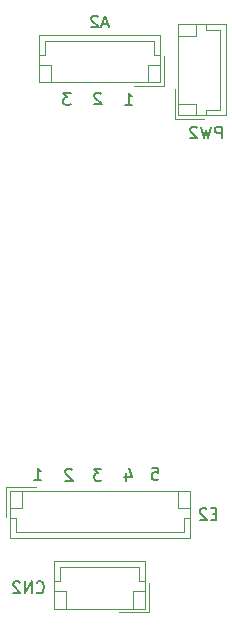
<source format=gbr>
%TF.GenerationSoftware,KiCad,Pcbnew,8.0.6*%
%TF.CreationDate,2024-11-17T15:39:32-05:00*%
%TF.ProjectId,solouno_sidepanel,736f6c6f-756e-46f5-9f73-69646570616e,rev?*%
%TF.SameCoordinates,Original*%
%TF.FileFunction,Legend,Bot*%
%TF.FilePolarity,Positive*%
%FSLAX46Y46*%
G04 Gerber Fmt 4.6, Leading zero omitted, Abs format (unit mm)*
G04 Created by KiCad (PCBNEW 8.0.6) date 2024-11-17 15:39:32*
%MOMM*%
%LPD*%
G01*
G04 APERTURE LIST*
%ADD10C,0.153000*%
%ADD11C,0.120000*%
G04 APERTURE END LIST*
D10*
X71465057Y-128579663D02*
X71941247Y-128579663D01*
X71941247Y-128579663D02*
X71988866Y-129055853D01*
X71988866Y-129055853D02*
X71941247Y-129008234D01*
X71941247Y-129008234D02*
X71846009Y-128960615D01*
X71846009Y-128960615D02*
X71607914Y-128960615D01*
X71607914Y-128960615D02*
X71512676Y-129008234D01*
X71512676Y-129008234D02*
X71465057Y-129055853D01*
X71465057Y-129055853D02*
X71417438Y-129151091D01*
X71417438Y-129151091D02*
X71417438Y-129389186D01*
X71417438Y-129389186D02*
X71465057Y-129484424D01*
X71465057Y-129484424D02*
X71512676Y-129532044D01*
X71512676Y-129532044D02*
X71607914Y-129579663D01*
X71607914Y-129579663D02*
X71846009Y-129579663D01*
X71846009Y-129579663D02*
X71941247Y-129532044D01*
X71941247Y-129532044D02*
X71988866Y-129484424D01*
X69242676Y-128992996D02*
X69242676Y-129659663D01*
X69480771Y-128612044D02*
X69718866Y-129326329D01*
X69718866Y-129326329D02*
X69099819Y-129326329D01*
X64668866Y-128744901D02*
X64621247Y-128697282D01*
X64621247Y-128697282D02*
X64526009Y-128649663D01*
X64526009Y-128649663D02*
X64287914Y-128649663D01*
X64287914Y-128649663D02*
X64192676Y-128697282D01*
X64192676Y-128697282D02*
X64145057Y-128744901D01*
X64145057Y-128744901D02*
X64097438Y-128840139D01*
X64097438Y-128840139D02*
X64097438Y-128935377D01*
X64097438Y-128935377D02*
X64145057Y-129078234D01*
X64145057Y-129078234D02*
X64716485Y-129649663D01*
X64716485Y-129649663D02*
X64097438Y-129649663D01*
X64546485Y-96839663D02*
X63927438Y-96839663D01*
X63927438Y-96839663D02*
X64260771Y-97220615D01*
X64260771Y-97220615D02*
X64117914Y-97220615D01*
X64117914Y-97220615D02*
X64022676Y-97268234D01*
X64022676Y-97268234D02*
X63975057Y-97315853D01*
X63975057Y-97315853D02*
X63927438Y-97411091D01*
X63927438Y-97411091D02*
X63927438Y-97649186D01*
X63927438Y-97649186D02*
X63975057Y-97744424D01*
X63975057Y-97744424D02*
X64022676Y-97792044D01*
X64022676Y-97792044D02*
X64117914Y-97839663D01*
X64117914Y-97839663D02*
X64403628Y-97839663D01*
X64403628Y-97839663D02*
X64498866Y-97792044D01*
X64498866Y-97792044D02*
X64546485Y-97744424D01*
X69167438Y-97829663D02*
X69738866Y-97829663D01*
X69453152Y-97829663D02*
X69453152Y-96829663D01*
X69453152Y-96829663D02*
X69548390Y-96972520D01*
X69548390Y-96972520D02*
X69643628Y-97067758D01*
X69643628Y-97067758D02*
X69738866Y-97115377D01*
X67118866Y-96894901D02*
X67071247Y-96847282D01*
X67071247Y-96847282D02*
X66976009Y-96799663D01*
X66976009Y-96799663D02*
X66737914Y-96799663D01*
X66737914Y-96799663D02*
X66642676Y-96847282D01*
X66642676Y-96847282D02*
X66595057Y-96894901D01*
X66595057Y-96894901D02*
X66547438Y-96990139D01*
X66547438Y-96990139D02*
X66547438Y-97085377D01*
X66547438Y-97085377D02*
X66595057Y-97228234D01*
X66595057Y-97228234D02*
X67166485Y-97799663D01*
X67166485Y-97799663D02*
X66547438Y-97799663D01*
X61477438Y-129589663D02*
X62048866Y-129589663D01*
X61763152Y-129589663D02*
X61763152Y-128589663D01*
X61763152Y-128589663D02*
X61858390Y-128732520D01*
X61858390Y-128732520D02*
X61953628Y-128827758D01*
X61953628Y-128827758D02*
X62048866Y-128875377D01*
X67146485Y-128669663D02*
X66527438Y-128669663D01*
X66527438Y-128669663D02*
X66860771Y-129050615D01*
X66860771Y-129050615D02*
X66717914Y-129050615D01*
X66717914Y-129050615D02*
X66622676Y-129098234D01*
X66622676Y-129098234D02*
X66575057Y-129145853D01*
X66575057Y-129145853D02*
X66527438Y-129241091D01*
X66527438Y-129241091D02*
X66527438Y-129479186D01*
X66527438Y-129479186D02*
X66575057Y-129574424D01*
X66575057Y-129574424D02*
X66622676Y-129622044D01*
X66622676Y-129622044D02*
X66717914Y-129669663D01*
X66717914Y-129669663D02*
X67003628Y-129669663D01*
X67003628Y-129669663D02*
X67098866Y-129622044D01*
X67098866Y-129622044D02*
X67146485Y-129574424D01*
X67724285Y-90998948D02*
X67248095Y-90998948D01*
X67819523Y-91284663D02*
X67486190Y-90284663D01*
X67486190Y-90284663D02*
X67152857Y-91284663D01*
X66867142Y-90379901D02*
X66819523Y-90332282D01*
X66819523Y-90332282D02*
X66724285Y-90284663D01*
X66724285Y-90284663D02*
X66486190Y-90284663D01*
X66486190Y-90284663D02*
X66390952Y-90332282D01*
X66390952Y-90332282D02*
X66343333Y-90379901D01*
X66343333Y-90379901D02*
X66295714Y-90475139D01*
X66295714Y-90475139D02*
X66295714Y-90570377D01*
X66295714Y-90570377D02*
X66343333Y-90713234D01*
X66343333Y-90713234D02*
X66914761Y-91284663D01*
X66914761Y-91284663D02*
X66295714Y-91284663D01*
X76900475Y-132450853D02*
X76567142Y-132450853D01*
X76424285Y-132974663D02*
X76900475Y-132974663D01*
X76900475Y-132974663D02*
X76900475Y-131974663D01*
X76900475Y-131974663D02*
X76424285Y-131974663D01*
X76043332Y-132069901D02*
X75995713Y-132022282D01*
X75995713Y-132022282D02*
X75900475Y-131974663D01*
X75900475Y-131974663D02*
X75662380Y-131974663D01*
X75662380Y-131974663D02*
X75567142Y-132022282D01*
X75567142Y-132022282D02*
X75519523Y-132069901D01*
X75519523Y-132069901D02*
X75471904Y-132165139D01*
X75471904Y-132165139D02*
X75471904Y-132260377D01*
X75471904Y-132260377D02*
X75519523Y-132403234D01*
X75519523Y-132403234D02*
X76090951Y-132974663D01*
X76090951Y-132974663D02*
X75471904Y-132974663D01*
X77339523Y-100684663D02*
X77339523Y-99684663D01*
X77339523Y-99684663D02*
X76958571Y-99684663D01*
X76958571Y-99684663D02*
X76863333Y-99732282D01*
X76863333Y-99732282D02*
X76815714Y-99779901D01*
X76815714Y-99779901D02*
X76768095Y-99875139D01*
X76768095Y-99875139D02*
X76768095Y-100017996D01*
X76768095Y-100017996D02*
X76815714Y-100113234D01*
X76815714Y-100113234D02*
X76863333Y-100160853D01*
X76863333Y-100160853D02*
X76958571Y-100208472D01*
X76958571Y-100208472D02*
X77339523Y-100208472D01*
X76434761Y-99684663D02*
X76196666Y-100684663D01*
X76196666Y-100684663D02*
X76006190Y-99970377D01*
X76006190Y-99970377D02*
X75815714Y-100684663D01*
X75815714Y-100684663D02*
X75577619Y-99684663D01*
X75244285Y-99779901D02*
X75196666Y-99732282D01*
X75196666Y-99732282D02*
X75101428Y-99684663D01*
X75101428Y-99684663D02*
X74863333Y-99684663D01*
X74863333Y-99684663D02*
X74768095Y-99732282D01*
X74768095Y-99732282D02*
X74720476Y-99779901D01*
X74720476Y-99779901D02*
X74672857Y-99875139D01*
X74672857Y-99875139D02*
X74672857Y-99970377D01*
X74672857Y-99970377D02*
X74720476Y-100113234D01*
X74720476Y-100113234D02*
X75291904Y-100684663D01*
X75291904Y-100684663D02*
X74672857Y-100684663D01*
X61670476Y-139099424D02*
X61718095Y-139147044D01*
X61718095Y-139147044D02*
X61860952Y-139194663D01*
X61860952Y-139194663D02*
X61956190Y-139194663D01*
X61956190Y-139194663D02*
X62099047Y-139147044D01*
X62099047Y-139147044D02*
X62194285Y-139051805D01*
X62194285Y-139051805D02*
X62241904Y-138956567D01*
X62241904Y-138956567D02*
X62289523Y-138766091D01*
X62289523Y-138766091D02*
X62289523Y-138623234D01*
X62289523Y-138623234D02*
X62241904Y-138432758D01*
X62241904Y-138432758D02*
X62194285Y-138337520D01*
X62194285Y-138337520D02*
X62099047Y-138242282D01*
X62099047Y-138242282D02*
X61956190Y-138194663D01*
X61956190Y-138194663D02*
X61860952Y-138194663D01*
X61860952Y-138194663D02*
X61718095Y-138242282D01*
X61718095Y-138242282D02*
X61670476Y-138289901D01*
X61241904Y-139194663D02*
X61241904Y-138194663D01*
X61241904Y-138194663D02*
X60670476Y-139194663D01*
X60670476Y-139194663D02*
X60670476Y-138194663D01*
X60241904Y-138289901D02*
X60194285Y-138242282D01*
X60194285Y-138242282D02*
X60099047Y-138194663D01*
X60099047Y-138194663D02*
X59860952Y-138194663D01*
X59860952Y-138194663D02*
X59765714Y-138242282D01*
X59765714Y-138242282D02*
X59718095Y-138289901D01*
X59718095Y-138289901D02*
X59670476Y-138385139D01*
X59670476Y-138385139D02*
X59670476Y-138480377D01*
X59670476Y-138480377D02*
X59718095Y-138623234D01*
X59718095Y-138623234D02*
X60289523Y-139194663D01*
X60289523Y-139194663D02*
X59670476Y-139194663D01*
D11*
%TO.C,A2*%
X61900000Y-91920000D02*
X61900000Y-95940000D01*
X61900000Y-93630000D02*
X62400000Y-93630000D01*
X61900000Y-95940000D02*
X72120000Y-95940000D01*
X62400000Y-92420000D02*
X71620000Y-92420000D01*
X62400000Y-93630000D02*
X62400000Y-92420000D01*
X62900000Y-94440000D02*
X61900000Y-94440000D01*
X62900000Y-95940000D02*
X62900000Y-94440000D01*
X69920000Y-96240000D02*
X72420000Y-96240000D01*
X71120000Y-94440000D02*
X72120000Y-94440000D01*
X71120000Y-95940000D02*
X71120000Y-94440000D01*
X71620000Y-92420000D02*
X71620000Y-93630000D01*
X71620000Y-93630000D02*
X72120000Y-93630000D01*
X72120000Y-91920000D02*
X61900000Y-91920000D01*
X72120000Y-95940000D02*
X72120000Y-91920000D01*
X72420000Y-96240000D02*
X72420000Y-93740000D01*
%TO.C,E2*%
X59100000Y-130210000D02*
X59100000Y-132710000D01*
X59400000Y-130510000D02*
X59400000Y-134530000D01*
X59400000Y-134530000D02*
X74620000Y-134530000D01*
X59900000Y-132820000D02*
X59400000Y-132820000D01*
X59900000Y-134030000D02*
X59900000Y-132820000D01*
X60400000Y-130510000D02*
X60400000Y-132010000D01*
X60400000Y-132010000D02*
X59400000Y-132010000D01*
X61600000Y-130210000D02*
X59100000Y-130210000D01*
X73620000Y-130510000D02*
X73620000Y-132010000D01*
X73620000Y-132010000D02*
X74620000Y-132010000D01*
X74120000Y-132820000D02*
X74120000Y-134030000D01*
X74120000Y-134030000D02*
X59900000Y-134030000D01*
X74620000Y-130510000D02*
X59400000Y-130510000D01*
X74620000Y-132820000D02*
X74120000Y-132820000D01*
X74620000Y-134530000D02*
X74620000Y-130510000D01*
%TO.C,PW2*%
X73380000Y-96540000D02*
X73380000Y-99040000D01*
X73380000Y-99040000D02*
X75880000Y-99040000D01*
X73680000Y-91020000D02*
X73680000Y-98740000D01*
X73680000Y-92020000D02*
X75180000Y-92020000D01*
X73680000Y-97740000D02*
X75180000Y-97740000D01*
X73680000Y-98740000D02*
X77700000Y-98740000D01*
X75180000Y-92020000D02*
X75180000Y-91020000D01*
X75180000Y-97740000D02*
X75180000Y-98740000D01*
X75990000Y-91020000D02*
X75990000Y-91520000D01*
X75990000Y-91520000D02*
X77200000Y-91520000D01*
X75990000Y-98240000D02*
X75990000Y-98740000D01*
X77200000Y-91520000D02*
X77200000Y-98240000D01*
X77200000Y-98240000D02*
X75990000Y-98240000D01*
X77700000Y-91020000D02*
X73680000Y-91020000D01*
X77700000Y-98740000D02*
X77700000Y-91020000D01*
%TO.C,CN2*%
X63150000Y-136490000D02*
X63150000Y-140510000D01*
X63150000Y-138200000D02*
X63650000Y-138200000D01*
X63150000Y-140510000D02*
X70870000Y-140510000D01*
X63650000Y-136990000D02*
X70370000Y-136990000D01*
X63650000Y-138200000D02*
X63650000Y-136990000D01*
X64150000Y-139010000D02*
X63150000Y-139010000D01*
X64150000Y-140510000D02*
X64150000Y-139010000D01*
X68670000Y-140810000D02*
X71170000Y-140810000D01*
X69870000Y-139010000D02*
X70870000Y-139010000D01*
X69870000Y-140510000D02*
X69870000Y-139010000D01*
X70370000Y-136990000D02*
X70370000Y-138200000D01*
X70370000Y-138200000D02*
X70870000Y-138200000D01*
X70870000Y-136490000D02*
X63150000Y-136490000D01*
X70870000Y-140510000D02*
X70870000Y-136490000D01*
X71170000Y-140810000D02*
X71170000Y-138310000D01*
%TD*%
M02*

</source>
